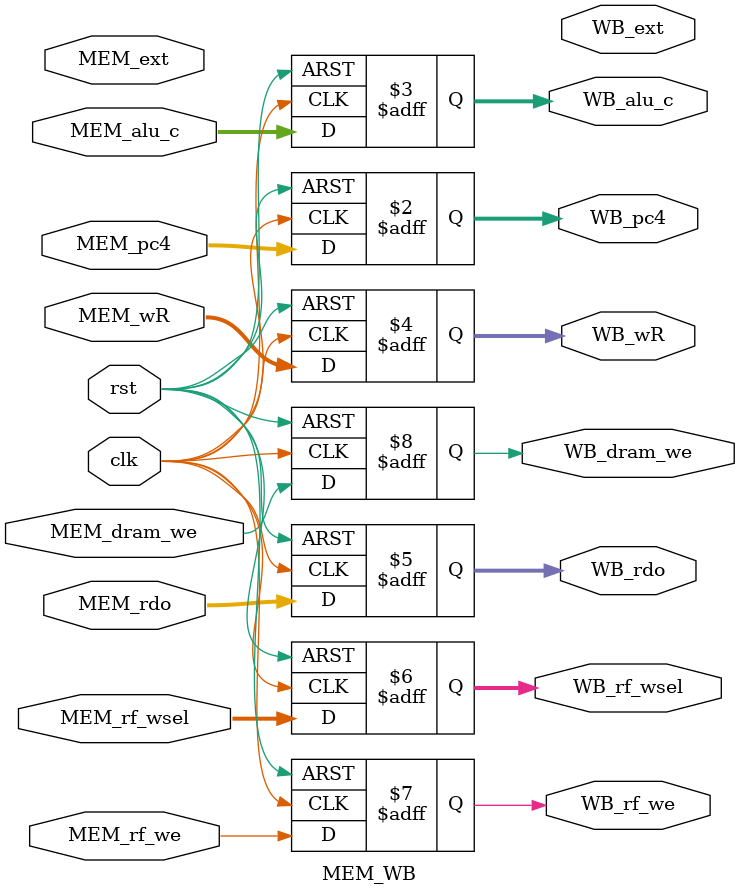
<source format=v>
`include "defines.vh"
module MEM_WB (
    input wire        clk,
    input wire        rst,

    input wire [31:0] MEM_pc4,
    input wire [31:0] MEM_alu_c,
    input wire [4:0]  MEM_wR,
    input wire [31:0] MEM_rdo,
    input wire [1:0]  MEM_rf_wsel,
    input wire        MEM_rf_we,
    input wire        MEM_dram_we,
    input wire [31:0] MEM_ext,
    output reg [31:0] WB_pc4,
    output reg [31:0] WB_alu_c,
    output reg [4:0]  WB_wR,
    output reg [31:0] WB_rdo,
    output reg [1:0]  WB_rf_wsel,
    output reg        WB_rf_we,
    output reg        WB_dram_we,
    output reg [31:0] WB_ext
    );

    always @(posedge clk or posedge rst) begin
        if (rst) begin
            WB_pc4    <= 0;
            WB_alu_c  <= 0;
            WB_wR     <= 0;
            WB_rdo    <= 0;
            WB_rf_wsel<= 0;
            WB_rf_we  <= 0;
            WB_dram_we<= 0;
        end
        else begin
            WB_pc4    <= MEM_pc4;
            WB_alu_c  <= MEM_alu_c;
            WB_wR     <= MEM_wR;
            WB_rdo    <= MEM_rdo;
            WB_rf_wsel<= MEM_rf_wsel;
            WB_rf_we  <= MEM_rf_we;
            WB_dram_we<= MEM_dram_we;
        end
    end
    endmodule
</source>
